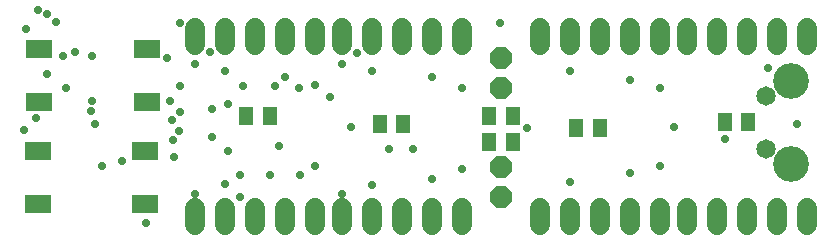
<source format=gbr>
G04 EAGLE Gerber RS-274X export*
G75*
%MOMM*%
%FSLAX34Y34*%
%LPD*%
%INSoldermask Top*%
%IPPOS*%
%AMOC8*
5,1,8,0,0,1.08239X$1,22.5*%
G01*
%ADD10C,1.666238*%
%ADD11P,2.034460X8X292.500000*%
%ADD12P,2.034460X8X112.500000*%
%ADD13R,1.303200X1.603200*%
%ADD14R,2.303200X1.603200*%
%ADD15C,1.643200*%
%ADD16C,3.020563*%
%ADD17C,0.705600*%


D10*
X944880Y411785D02*
X944880Y426415D01*
X970280Y426415D02*
X970280Y411785D01*
X995680Y411785D02*
X995680Y426415D01*
X1021080Y426415D02*
X1021080Y411785D01*
X1046480Y411785D02*
X1046480Y426415D01*
X1046480Y564185D02*
X1046480Y578815D01*
X1021080Y578815D02*
X1021080Y564185D01*
X995680Y564185D02*
X995680Y578815D01*
X970280Y578815D02*
X970280Y564185D01*
X944880Y564185D02*
X944880Y578815D01*
X820420Y426415D02*
X820420Y411785D01*
X845820Y411785D02*
X845820Y426415D01*
X871220Y426415D02*
X871220Y411785D01*
X896620Y411785D02*
X896620Y426415D01*
X922020Y426415D02*
X922020Y411785D01*
X922020Y564185D02*
X922020Y578815D01*
X896620Y578815D02*
X896620Y564185D01*
X871220Y564185D02*
X871220Y578815D01*
X845820Y578815D02*
X845820Y564185D01*
X820420Y564185D02*
X820420Y578815D01*
X652780Y426415D02*
X652780Y411785D01*
X678180Y411785D02*
X678180Y426415D01*
X703580Y426415D02*
X703580Y411785D01*
X728980Y411785D02*
X728980Y426415D01*
X754380Y426415D02*
X754380Y411785D01*
X754380Y564185D02*
X754380Y578815D01*
X728980Y578815D02*
X728980Y564185D01*
X703580Y564185D02*
X703580Y578815D01*
X678180Y578815D02*
X678180Y564185D01*
X652780Y564185D02*
X652780Y578815D01*
X528320Y426415D02*
X528320Y411785D01*
X553720Y411785D02*
X553720Y426415D01*
X579120Y426415D02*
X579120Y411785D01*
X604520Y411785D02*
X604520Y426415D01*
X629920Y426415D02*
X629920Y411785D01*
X629920Y564185D02*
X629920Y578815D01*
X604520Y578815D02*
X604520Y564185D01*
X579120Y564185D02*
X579120Y578815D01*
X553720Y578815D02*
X553720Y564185D01*
X528320Y564185D02*
X528320Y578815D01*
D11*
X787400Y553720D03*
X787400Y528320D03*
D12*
X787400Y435610D03*
X787400Y461010D03*
D13*
X777400Y504190D03*
X797400Y504190D03*
X777400Y482600D03*
X797400Y482600D03*
D14*
X487460Y515980D03*
X396460Y515980D03*
X487460Y560980D03*
X396460Y560980D03*
X395190Y474620D03*
X486190Y474620D03*
X395190Y429620D03*
X486190Y429620D03*
D15*
X1011840Y521360D03*
X1011840Y476860D03*
D16*
X1032840Y464110D03*
X1032840Y534110D03*
D13*
X571660Y504190D03*
X591660Y504190D03*
X684690Y497840D03*
X704690Y497840D03*
X851060Y494030D03*
X871060Y494030D03*
X976790Y499110D03*
X996790Y499110D03*
D17*
X528320Y548640D03*
X652780Y548640D03*
X553720Y542290D03*
X678180Y542290D03*
X845820Y542290D03*
X754380Y459740D03*
X922020Y462280D03*
X629920Y462280D03*
X542290Y510610D03*
X566420Y436090D03*
X528320Y438150D03*
X652780Y438150D03*
X553720Y447040D03*
X678180Y445770D03*
X845820Y448310D03*
X617220Y454660D03*
X728980Y450850D03*
X896620Y455930D03*
X629920Y530860D03*
X754380Y528320D03*
X922020Y528320D03*
X604520Y537210D03*
X728980Y537210D03*
X896620Y534670D03*
X416560Y554990D03*
X384810Y577850D03*
X403225Y591185D03*
X394970Y594360D03*
X660400Y495300D03*
X808990Y494030D03*
X933450Y495300D03*
X1037590Y497840D03*
X449580Y462280D03*
X383540Y492760D03*
X426720Y558800D03*
X486410Y414020D03*
X556260Y474980D03*
X976630Y485140D03*
X599440Y478790D03*
X541020Y558800D03*
X665480Y557530D03*
X1013460Y544830D03*
X556260Y514350D03*
X419100Y528320D03*
X615950Y528320D03*
X443230Y497840D03*
X466062Y466570D03*
X642620Y520700D03*
X595630Y529590D03*
X568960Y529590D03*
X515510Y529590D03*
X509270Y483870D03*
X440119Y509072D03*
X514350Y491490D03*
X440690Y516890D03*
X542290Y486410D03*
X393700Y502760D03*
X786130Y582930D03*
X515620Y582930D03*
X504190Y553720D03*
X712470Y476250D03*
X692150Y476250D03*
X591820Y454660D03*
X566420Y454660D03*
X506730Y516890D03*
X508385Y501265D03*
X510540Y469900D03*
X410210Y584200D03*
X440690Y554990D03*
X515620Y508000D03*
X402590Y539750D03*
M02*

</source>
